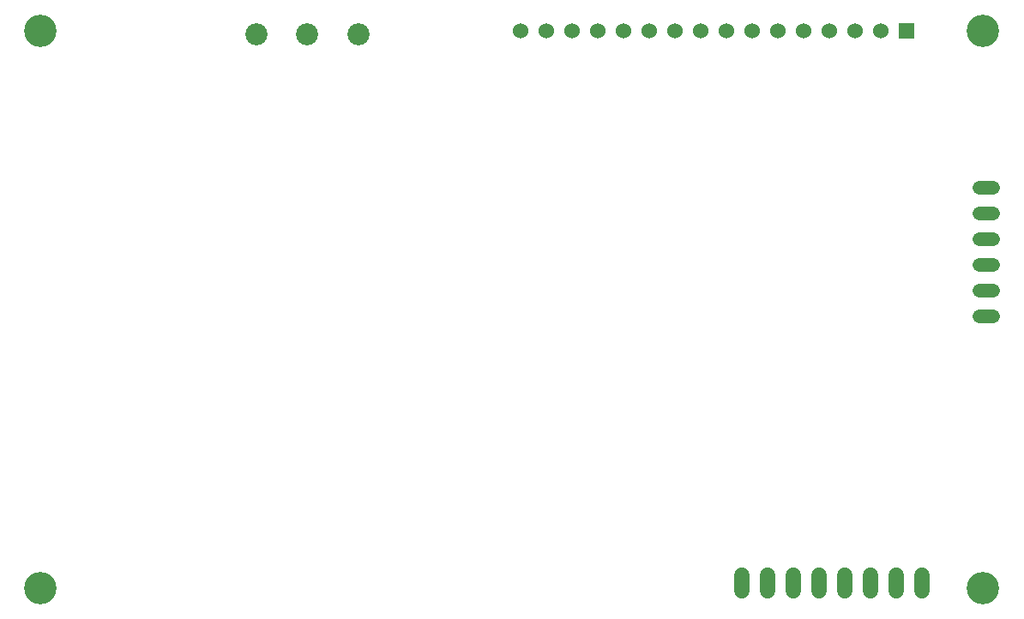
<source format=gbr>
G04 EAGLE Gerber RS-274X export*
G75*
%MOMM*%
%FSLAX34Y34*%
%LPD*%
%INSoldermask Bottom*%
%IPPOS*%
%AMOC8*
5,1,8,0,0,1.08239X$1,22.5*%
G01*
%ADD10C,1.524000*%
%ADD11R,1.524000X1.524000*%
%ADD12C,1.524000*%
%ADD13C,3.200000*%
%ADD14C,1.371600*%
%ADD15C,2.184400*%


D10*
X1286300Y240520D02*
X1286300Y225280D01*
X1260900Y225280D02*
X1260900Y240520D01*
X1235500Y240520D02*
X1235500Y225280D01*
X1210100Y225280D02*
X1210100Y240520D01*
X1184700Y240520D02*
X1184700Y225280D01*
X1159300Y225280D02*
X1159300Y240520D01*
X1133900Y240520D02*
X1133900Y225280D01*
X1108500Y225280D02*
X1108500Y240520D01*
D11*
X1271600Y778200D03*
D12*
X1246200Y778200D03*
X1220800Y778200D03*
X1195400Y778200D03*
X1170000Y778200D03*
X1144600Y778200D03*
X1119200Y778200D03*
X1093800Y778200D03*
X1068400Y778200D03*
X1043000Y778200D03*
X1017600Y778200D03*
X992200Y778200D03*
X966800Y778200D03*
X941400Y778200D03*
X916000Y778200D03*
X890600Y778200D03*
D13*
X1346600Y228200D03*
X1346600Y778200D03*
X416600Y778200D03*
X416600Y228200D03*
D14*
X1343142Y623500D02*
X1356858Y623500D01*
X1356858Y598100D02*
X1343142Y598100D01*
X1343142Y572700D02*
X1356858Y572700D01*
X1356858Y547300D02*
X1343142Y547300D01*
X1343142Y521900D02*
X1356858Y521900D01*
X1356858Y496500D02*
X1343142Y496500D01*
D15*
X730000Y775000D03*
X680000Y775000D03*
X630000Y775000D03*
M02*

</source>
